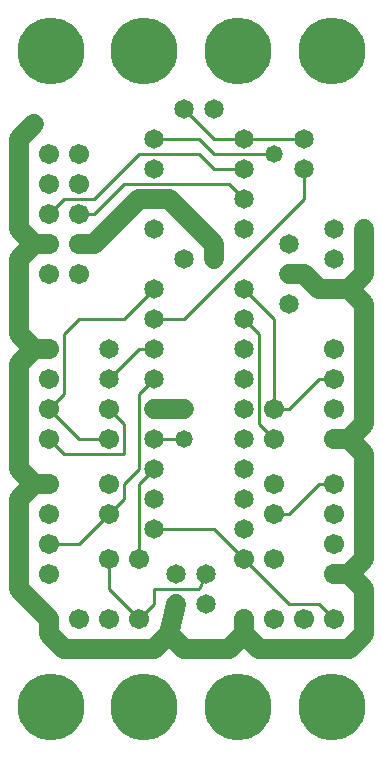
<source format=gbl>
%MOIN*%
%FSLAX25Y25*%
G04 D10 used for Character Trace; *
G04     Circle (OD=.01000) (No hole)*
G04 D11 used for Power Trace; *
G04     Circle (OD=.06500) (No hole)*
G04 D12 used for Signal Trace; *
G04     Circle (OD=.01100) (No hole)*
G04 D13 used for Via; *
G04     Circle (OD=.05800) (Round. Hole ID=.02800)*
G04 D14 used for Component hole; *
G04     Circle (OD=.06500) (Round. Hole ID=.03500)*
G04 D15 used for Component hole; *
G04     Circle (OD=.06700) (Round. Hole ID=.04300)*
G04 D16 used for Component hole; *
G04     Circle (OD=.08100) (Round. Hole ID=.05100)*
G04 D17 used for Component hole; *
G04     Circle (OD=.08900) (Round. Hole ID=.05900)*
G04 D18 used for Component hole; *
G04     Circle (OD=.11300) (Round. Hole ID=.08300)*
G04 D19 used for Component hole; *
G04     Circle (OD=.16000) (Round. Hole ID=.13000)*
G04 D20 used for Component hole; *
G04     Circle (OD=.18300) (Round. Hole ID=.15300)*
G04 D21 used for Component hole; *
G04     Circle (OD=.22291) (Round. Hole ID=.19291)*
%ADD10C,.01000*%
%ADD11C,.06500*%
%ADD12C,.01100*%
%ADD13C,.05800*%
%ADD14C,.06500*%
%ADD15C,.06700*%
%ADD16C,.08100*%
%ADD17C,.08900*%
%ADD18C,.11300*%
%ADD19C,.16000*%
%ADD20C,.18300*%
%ADD21C,.22291*%
%IPPOS*%
%LPD*%
G90*X0Y0D02*D21*X15625Y15625D03*D11*              
X20000Y35000D02*X50000D01*X55000Y40000D01*        
X60000Y35000D01*X75000D01*X80000Y40000D01*        
X85000Y35000D01*X115000D01*X120000Y40000D01*      
Y55000D01*X115000Y60000D01*X110000D01*D15*D03*D11*
X115000D02*X120000Y65000D01*Y100000D01*           
X115000Y105000D01*X110000D01*D15*D03*D11*         
X115000D02*X120000Y110000D01*Y150000D01*          
X115000Y155000D01*X105000D01*X100000Y160000D01*   
X95000D01*D14*D03*Y170000D03*Y150000D03*          
X110000Y175000D03*X80000D03*Y145000D03*D12*       
X85000Y140000D01*Y110000D01*X90000Y105000D01*D15* 
D03*D14*X80000Y115000D03*Y95000D03*D12*           
X90000Y115000D02*X95000D01*D15*X90000D03*D12*     
Y145000D01*X80000Y155000D01*D14*D03*              
X70000Y165000D03*D11*Y170000D01*X55000Y185000D01* 
X50000D01*D14*D03*D11*X45000D01*X30000Y170000D01* 
X25000D01*D15*D03*X15000Y180000D03*D12*           
X20000Y185000D01*X30000D01*X45000Y200000D01*      
X65000D01*X70000Y195000D01*X80000D01*D14*D03*D12* 
Y185000D02*X75000Y190000D01*D14*X80000Y185000D03* 
D12*X40000Y190000D02*X75000D01*X30000Y180000D02*  
X40000Y190000D01*X25000Y180000D02*X30000D01*D15*  
X25000D03*X15000Y190000D03*Y170000D03*D11*        
X10000D01*X5000Y165000D01*Y140000D01*             
X10000Y135000D01*X5000Y130000D01*Y95000D01*       
X10000Y90000D01*X5000Y85000D01*Y55000D01*         
X15000Y45000D01*D15*D03*D11*Y40000D01*            
X20000Y35000D01*D15*X25000Y45000D03*X35000D03*D12*
X45000D02*X35000Y55000D01*D15*X45000Y45000D03*D12*
X50000Y50000D01*Y55000D01*X65000D01*              
X67500Y60000D01*D14*D03*X57500Y50000D03*D11*      
X55000Y40000D01*D14*X67500Y50000D03*D12*          
X35000Y55000D02*Y65000D01*D15*D03*D12*            
X15000Y70000D02*X25000D01*D15*X15000D03*D12*      
X25000D02*X35000Y80000D01*D15*D03*D12*            
X40000Y85000D01*Y90000D01*X45000Y95000D01*        
Y120000D01*X50000Y125000D01*D14*D03*D13*          
X60000Y115000D03*D11*X50000D01*D14*D03*D13*       
X60000Y105000D03*D12*X50000D01*D14*D03*D12*       
X40000Y100000D02*Y110000D01*X20000Y100000D02*     
X40000D01*X20000D02*X15000Y105000D01*D15*D03*D12* 
X25000D02*X35000D01*D15*D03*D12*X40000Y110000D02* 
X35000Y115000D01*D15*D03*D12*X25000Y105000D02*    
X15000Y115000D01*D15*D03*D12*X20000Y120000D01*    
Y140000D01*X25000Y145000D01*X40000D01*            
X50000Y155000D01*D14*D03*D12*Y145000D02*X60000D01*
D14*X50000D03*D12*X35000Y125000D02*               
X45000Y135000D01*D14*X35000Y125000D03*D12*        
X45000Y135000D02*X50000D01*D14*D03*D12*           
X60000Y145000D02*X100000Y185000D01*Y195000D01*D14*
D03*D13*X90000Y200000D03*D12*X70000D01*           
X65000Y205000D01*X50000D01*D14*D03*               
X60000Y215000D03*D12*X70000Y205000D01*X80000D01*  
D14*D03*D12*X100000D01*D14*D03*D21*               
X109375Y234375D03*D14*X70000Y215000D03*D21*       
X78125Y234375D03*D14*X120000Y175000D03*D11*       
Y165000D01*D14*D03*D11*Y160000D01*                
X115000Y155000D01*D14*X110000Y165000D03*D15*      
Y135000D03*D12*X95000Y115000D02*X105000Y125000D01*
X110000D01*D15*D03*Y115000D03*D14*                
X80000Y135000D03*Y125000D03*Y105000D03*D15*       
X90000Y90000D03*D12*X95000Y80000D02*              
X105000Y90000D01*X90000Y80000D02*X95000D01*D15*   
X90000D03*D14*X80000Y85000D03*Y75000D03*D15*      
Y65000D03*D12*X95000Y50000D01*X105000D01*         
X110000Y45000D01*D15*D03*X100000D03*              
X90000Y65000D03*Y45000D03*X110000Y70000D03*D21*   
X78125Y15625D03*D12*X80000Y65000D02*              
X70000Y75000D01*X50000D01*D14*D03*D15*            
X45000Y65000D03*D12*Y90000D01*X50000Y95000D01*D14*
D03*Y85000D03*D15*X35000Y90000D03*X15000Y60000D03*
Y125000D03*Y90000D03*D11*X10000D01*D15*           
X15000Y80000D03*D14*X57500Y60000D03*              
X35000Y135000D03*D15*X15000D03*D11*X10000D01*D15* 
X25000Y160000D03*X15000D03*D11*X10000Y170000D02*  
X5000Y175000D01*Y205000D01*X10000Y210000D01*D13*  
D03*D15*X15000Y200000D03*X25000D03*Y190000D03*D21*
X15625Y234375D03*X46875D03*D14*X50000Y175000D03*  
Y195000D03*X60000Y165000D03*D12*X105000Y90000D02* 
X110000D01*D15*D03*Y80000D03*X80000Y45000D03*D11* 
Y40000D01*D21*X109375Y15625D03*X46875D03*M02*     

</source>
